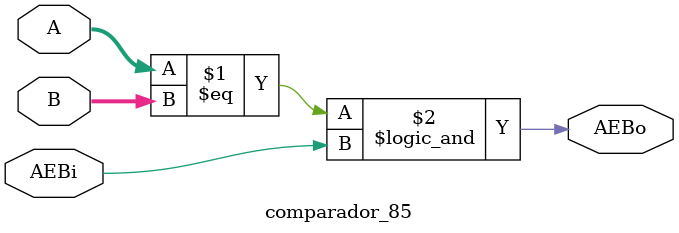
<source format=v>
/* -----------------------------------------------------------------
 *  Arquivo   : comparador_85.v
 *  Projeto   : Experiencia 2 - Um Fluxo de Dados Simples
 * -----------------------------------------------------------------
 * Descricao : comparador de magnitude de 4 bits 
 *             similar ao CI 7485
 *             baseado em descricao comportamental disponivel em	
 * https://web.eecs.umich.edu/~jhayes/iscas.restore/74L85b.v
 * -----------------------------------------------------------------
 * Revisoes  :
 *     Data        Versao  Autor             Descricao
 *     21/12/2023  1.0     Edson Midorikawa  criacao
 * -----------------------------------------------------------------
 */

module comparador_85 (AEBi, A, B, AEBo);

    input [3:0] A, B;
    input       AEBi;
    output      AEBo;

    assign AEBo = ((A == B) && AEBi);

endmodule /* comparador_85 */

</source>
